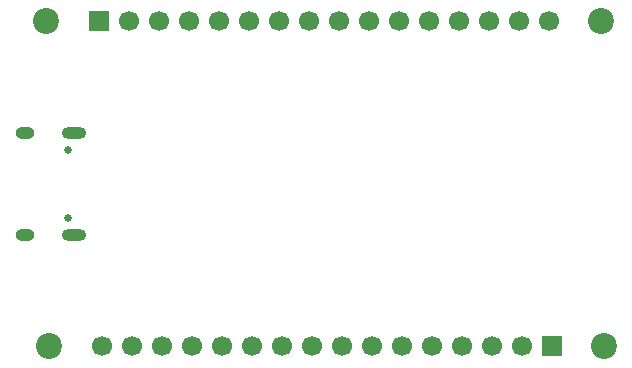
<source format=gbs>
%TF.GenerationSoftware,KiCad,Pcbnew,9.0.2*%
%TF.CreationDate,2025-06-05T12:53:21-05:00*%
%TF.ProjectId,testing2,74657374-696e-4673-922e-6b696361645f,rev?*%
%TF.SameCoordinates,Original*%
%TF.FileFunction,Soldermask,Bot*%
%TF.FilePolarity,Negative*%
%FSLAX46Y46*%
G04 Gerber Fmt 4.6, Leading zero omitted, Abs format (unit mm)*
G04 Created by KiCad (PCBNEW 9.0.2) date 2025-06-05 12:53:21*
%MOMM*%
%LPD*%
G01*
G04 APERTURE LIST*
%ADD10R,1.700000X1.700000*%
%ADD11C,1.700000*%
%ADD12C,2.200000*%
%ADD13C,0.650000*%
%ADD14O,2.100000X1.000000*%
%ADD15O,1.600000X1.000000*%
G04 APERTURE END LIST*
D10*
%TO.C,J3*%
X132080000Y-136000000D03*
D11*
X129540000Y-136000000D03*
X127000000Y-136000000D03*
X124460000Y-136000000D03*
X121920000Y-136000000D03*
X119380000Y-136000000D03*
X116840000Y-136000000D03*
X114300000Y-136000000D03*
X111760000Y-136000000D03*
X109220000Y-136000000D03*
X106680000Y-136000000D03*
X104140000Y-136000000D03*
X101600000Y-136000000D03*
X99060000Y-136000000D03*
X96520000Y-136000000D03*
X93980000Y-136000000D03*
%TD*%
D10*
%TO.C,J2*%
X93730000Y-108500000D03*
D11*
X96270000Y-108500000D03*
X98810000Y-108500000D03*
X101350000Y-108500000D03*
X103890000Y-108500000D03*
X106430000Y-108500000D03*
X108970000Y-108500000D03*
X111510000Y-108500000D03*
X114050000Y-108500000D03*
X116590000Y-108500000D03*
X119130000Y-108500000D03*
X121670000Y-108500000D03*
X124210000Y-108500000D03*
X126750000Y-108500000D03*
X129290000Y-108500000D03*
X131830000Y-108500000D03*
%TD*%
D12*
%TO.C,H4*%
X89250000Y-108500000D03*
%TD*%
D13*
%TO.C,J1*%
X91105000Y-119360000D03*
X91105000Y-125140000D03*
D14*
X91605000Y-117930000D03*
D15*
X87425000Y-117930000D03*
D14*
X91605000Y-126570000D03*
D15*
X87425000Y-126570000D03*
%TD*%
D12*
%TO.C,H2*%
X89500000Y-136000000D03*
%TD*%
%TO.C,H3*%
X136250000Y-108500000D03*
%TD*%
%TO.C,H1*%
X136500000Y-136000000D03*
%TD*%
M02*

</source>
